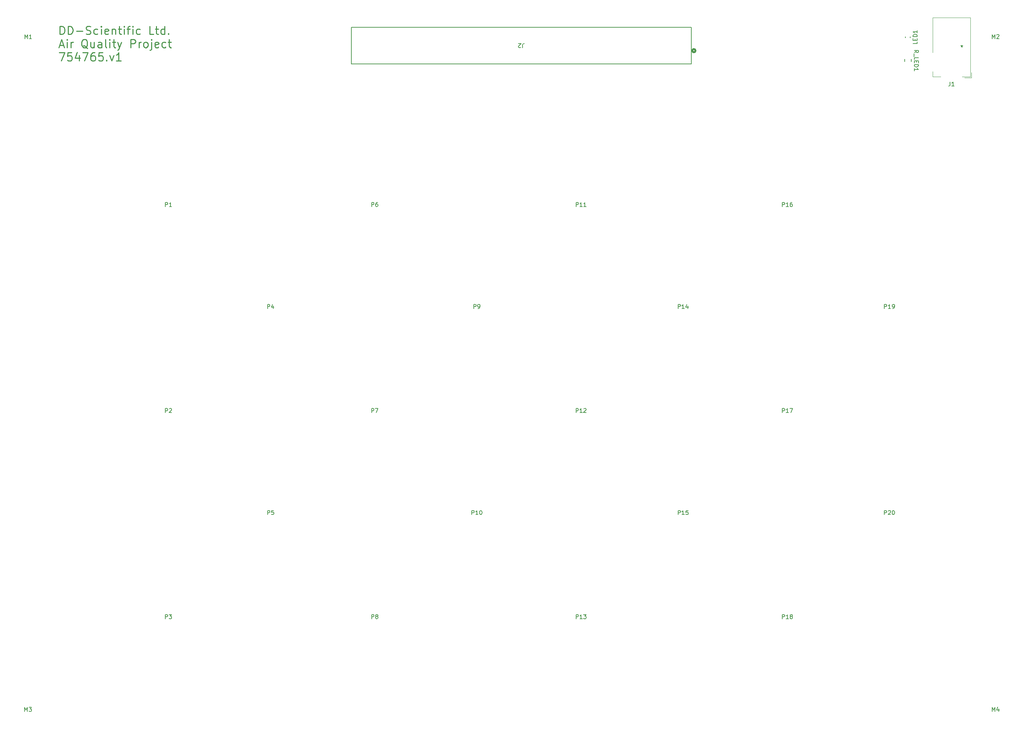
<source format=gto>
G04 #@! TF.GenerationSoftware,KiCad,Pcbnew,7.0.2*
G04 #@! TF.CreationDate,2023-08-30T10:55:34+01:00*
G04 #@! TF.ProjectId,Air quality project,41697220-7175-4616-9c69-74792070726f,rev?*
G04 #@! TF.SameCoordinates,Original*
G04 #@! TF.FileFunction,Legend,Top*
G04 #@! TF.FilePolarity,Positive*
%FSLAX45Y45*%
G04 Gerber Fmt 4.5, Leading zero omitted, Abs format (unit mm)*
G04 Created by KiCad (PCBNEW 7.0.2) date 2023-08-30 10:55:34*
%MOMM*%
%LPD*%
G01*
G04 APERTURE LIST*
%ADD10C,0.250000*%
%ADD11C,0.150000*%
%ADD12C,0.120000*%
%ADD13C,0.152400*%
%ADD14C,0.508000*%
G04 APERTURE END LIST*
D10*
X3254619Y-2453524D02*
X3254619Y-2253524D01*
X3254619Y-2253524D02*
X3302238Y-2253524D01*
X3302238Y-2253524D02*
X3330809Y-2263048D01*
X3330809Y-2263048D02*
X3349857Y-2282095D01*
X3349857Y-2282095D02*
X3359381Y-2301143D01*
X3359381Y-2301143D02*
X3368905Y-2339238D01*
X3368905Y-2339238D02*
X3368905Y-2367810D01*
X3368905Y-2367810D02*
X3359381Y-2405905D01*
X3359381Y-2405905D02*
X3349857Y-2424952D01*
X3349857Y-2424952D02*
X3330809Y-2444000D01*
X3330809Y-2444000D02*
X3302238Y-2453524D01*
X3302238Y-2453524D02*
X3254619Y-2453524D01*
X3454619Y-2453524D02*
X3454619Y-2253524D01*
X3454619Y-2253524D02*
X3502238Y-2253524D01*
X3502238Y-2253524D02*
X3530809Y-2263048D01*
X3530809Y-2263048D02*
X3549857Y-2282095D01*
X3549857Y-2282095D02*
X3559381Y-2301143D01*
X3559381Y-2301143D02*
X3568905Y-2339238D01*
X3568905Y-2339238D02*
X3568905Y-2367810D01*
X3568905Y-2367810D02*
X3559381Y-2405905D01*
X3559381Y-2405905D02*
X3549857Y-2424952D01*
X3549857Y-2424952D02*
X3530809Y-2444000D01*
X3530809Y-2444000D02*
X3502238Y-2453524D01*
X3502238Y-2453524D02*
X3454619Y-2453524D01*
X3654619Y-2377333D02*
X3807000Y-2377333D01*
X3892714Y-2444000D02*
X3921286Y-2453524D01*
X3921286Y-2453524D02*
X3968905Y-2453524D01*
X3968905Y-2453524D02*
X3987952Y-2444000D01*
X3987952Y-2444000D02*
X3997476Y-2434476D01*
X3997476Y-2434476D02*
X4007000Y-2415429D01*
X4007000Y-2415429D02*
X4007000Y-2396381D01*
X4007000Y-2396381D02*
X3997476Y-2377333D01*
X3997476Y-2377333D02*
X3987952Y-2367810D01*
X3987952Y-2367810D02*
X3968905Y-2358286D01*
X3968905Y-2358286D02*
X3930809Y-2348762D01*
X3930809Y-2348762D02*
X3911762Y-2339238D01*
X3911762Y-2339238D02*
X3902238Y-2329714D01*
X3902238Y-2329714D02*
X3892714Y-2310667D01*
X3892714Y-2310667D02*
X3892714Y-2291619D01*
X3892714Y-2291619D02*
X3902238Y-2272571D01*
X3902238Y-2272571D02*
X3911762Y-2263048D01*
X3911762Y-2263048D02*
X3930809Y-2253524D01*
X3930809Y-2253524D02*
X3978428Y-2253524D01*
X3978428Y-2253524D02*
X4007000Y-2263048D01*
X4178428Y-2444000D02*
X4159381Y-2453524D01*
X4159381Y-2453524D02*
X4121286Y-2453524D01*
X4121286Y-2453524D02*
X4102238Y-2444000D01*
X4102238Y-2444000D02*
X4092714Y-2434476D01*
X4092714Y-2434476D02*
X4083190Y-2415429D01*
X4083190Y-2415429D02*
X4083190Y-2358286D01*
X4083190Y-2358286D02*
X4092714Y-2339238D01*
X4092714Y-2339238D02*
X4102238Y-2329714D01*
X4102238Y-2329714D02*
X4121286Y-2320190D01*
X4121286Y-2320190D02*
X4159381Y-2320190D01*
X4159381Y-2320190D02*
X4178428Y-2329714D01*
X4264143Y-2453524D02*
X4264143Y-2320190D01*
X4264143Y-2253524D02*
X4254619Y-2263048D01*
X4254619Y-2263048D02*
X4264143Y-2272571D01*
X4264143Y-2272571D02*
X4273667Y-2263048D01*
X4273667Y-2263048D02*
X4264143Y-2253524D01*
X4264143Y-2253524D02*
X4264143Y-2272571D01*
X4435571Y-2444000D02*
X4416524Y-2453524D01*
X4416524Y-2453524D02*
X4378429Y-2453524D01*
X4378429Y-2453524D02*
X4359381Y-2444000D01*
X4359381Y-2444000D02*
X4349857Y-2424952D01*
X4349857Y-2424952D02*
X4349857Y-2348762D01*
X4349857Y-2348762D02*
X4359381Y-2329714D01*
X4359381Y-2329714D02*
X4378429Y-2320190D01*
X4378429Y-2320190D02*
X4416524Y-2320190D01*
X4416524Y-2320190D02*
X4435571Y-2329714D01*
X4435571Y-2329714D02*
X4445095Y-2348762D01*
X4445095Y-2348762D02*
X4445095Y-2367810D01*
X4445095Y-2367810D02*
X4349857Y-2386857D01*
X4530810Y-2320190D02*
X4530810Y-2453524D01*
X4530810Y-2339238D02*
X4540333Y-2329714D01*
X4540333Y-2329714D02*
X4559381Y-2320190D01*
X4559381Y-2320190D02*
X4587952Y-2320190D01*
X4587952Y-2320190D02*
X4607000Y-2329714D01*
X4607000Y-2329714D02*
X4616524Y-2348762D01*
X4616524Y-2348762D02*
X4616524Y-2453524D01*
X4683191Y-2320190D02*
X4759381Y-2320190D01*
X4711762Y-2253524D02*
X4711762Y-2424952D01*
X4711762Y-2424952D02*
X4721286Y-2444000D01*
X4721286Y-2444000D02*
X4740333Y-2453524D01*
X4740333Y-2453524D02*
X4759381Y-2453524D01*
X4826048Y-2453524D02*
X4826048Y-2320190D01*
X4826048Y-2253524D02*
X4816524Y-2263048D01*
X4816524Y-2263048D02*
X4826048Y-2272571D01*
X4826048Y-2272571D02*
X4835571Y-2263048D01*
X4835571Y-2263048D02*
X4826048Y-2253524D01*
X4826048Y-2253524D02*
X4826048Y-2272571D01*
X4892714Y-2320190D02*
X4968905Y-2320190D01*
X4921286Y-2453524D02*
X4921286Y-2282095D01*
X4921286Y-2282095D02*
X4930810Y-2263048D01*
X4930810Y-2263048D02*
X4949857Y-2253524D01*
X4949857Y-2253524D02*
X4968905Y-2253524D01*
X5035571Y-2453524D02*
X5035571Y-2320190D01*
X5035571Y-2253524D02*
X5026048Y-2263048D01*
X5026048Y-2263048D02*
X5035571Y-2272571D01*
X5035571Y-2272571D02*
X5045095Y-2263048D01*
X5045095Y-2263048D02*
X5035571Y-2253524D01*
X5035571Y-2253524D02*
X5035571Y-2272571D01*
X5216524Y-2444000D02*
X5197476Y-2453524D01*
X5197476Y-2453524D02*
X5159381Y-2453524D01*
X5159381Y-2453524D02*
X5140333Y-2444000D01*
X5140333Y-2444000D02*
X5130810Y-2434476D01*
X5130810Y-2434476D02*
X5121286Y-2415429D01*
X5121286Y-2415429D02*
X5121286Y-2358286D01*
X5121286Y-2358286D02*
X5130810Y-2339238D01*
X5130810Y-2339238D02*
X5140333Y-2329714D01*
X5140333Y-2329714D02*
X5159381Y-2320190D01*
X5159381Y-2320190D02*
X5197476Y-2320190D01*
X5197476Y-2320190D02*
X5216524Y-2329714D01*
X5549857Y-2453524D02*
X5454619Y-2453524D01*
X5454619Y-2453524D02*
X5454619Y-2253524D01*
X5587953Y-2320190D02*
X5664143Y-2320190D01*
X5616524Y-2253524D02*
X5616524Y-2424952D01*
X5616524Y-2424952D02*
X5626048Y-2444000D01*
X5626048Y-2444000D02*
X5645095Y-2453524D01*
X5645095Y-2453524D02*
X5664143Y-2453524D01*
X5816524Y-2453524D02*
X5816524Y-2253524D01*
X5816524Y-2444000D02*
X5797476Y-2453524D01*
X5797476Y-2453524D02*
X5759381Y-2453524D01*
X5759381Y-2453524D02*
X5740333Y-2444000D01*
X5740333Y-2444000D02*
X5730810Y-2434476D01*
X5730810Y-2434476D02*
X5721286Y-2415429D01*
X5721286Y-2415429D02*
X5721286Y-2358286D01*
X5721286Y-2358286D02*
X5730810Y-2339238D01*
X5730810Y-2339238D02*
X5740333Y-2329714D01*
X5740333Y-2329714D02*
X5759381Y-2320190D01*
X5759381Y-2320190D02*
X5797476Y-2320190D01*
X5797476Y-2320190D02*
X5816524Y-2329714D01*
X5911762Y-2434476D02*
X5921286Y-2444000D01*
X5921286Y-2444000D02*
X5911762Y-2453524D01*
X5911762Y-2453524D02*
X5902238Y-2444000D01*
X5902238Y-2444000D02*
X5911762Y-2434476D01*
X5911762Y-2434476D02*
X5911762Y-2453524D01*
X3245095Y-2720381D02*
X3340333Y-2720381D01*
X3226048Y-2777524D02*
X3292714Y-2577524D01*
X3292714Y-2577524D02*
X3359381Y-2777524D01*
X3426048Y-2777524D02*
X3426048Y-2644190D01*
X3426048Y-2577524D02*
X3416524Y-2587048D01*
X3416524Y-2587048D02*
X3426048Y-2596571D01*
X3426048Y-2596571D02*
X3435571Y-2587048D01*
X3435571Y-2587048D02*
X3426048Y-2577524D01*
X3426048Y-2577524D02*
X3426048Y-2596571D01*
X3521286Y-2777524D02*
X3521286Y-2644190D01*
X3521286Y-2682286D02*
X3530809Y-2663238D01*
X3530809Y-2663238D02*
X3540333Y-2653714D01*
X3540333Y-2653714D02*
X3559381Y-2644190D01*
X3559381Y-2644190D02*
X3578429Y-2644190D01*
X3930809Y-2796571D02*
X3911762Y-2787048D01*
X3911762Y-2787048D02*
X3892714Y-2768000D01*
X3892714Y-2768000D02*
X3864143Y-2739429D01*
X3864143Y-2739429D02*
X3845095Y-2729905D01*
X3845095Y-2729905D02*
X3826048Y-2729905D01*
X3835571Y-2777524D02*
X3816524Y-2768000D01*
X3816524Y-2768000D02*
X3797476Y-2748952D01*
X3797476Y-2748952D02*
X3787952Y-2710857D01*
X3787952Y-2710857D02*
X3787952Y-2644190D01*
X3787952Y-2644190D02*
X3797476Y-2606095D01*
X3797476Y-2606095D02*
X3816524Y-2587048D01*
X3816524Y-2587048D02*
X3835571Y-2577524D01*
X3835571Y-2577524D02*
X3873667Y-2577524D01*
X3873667Y-2577524D02*
X3892714Y-2587048D01*
X3892714Y-2587048D02*
X3911762Y-2606095D01*
X3911762Y-2606095D02*
X3921286Y-2644190D01*
X3921286Y-2644190D02*
X3921286Y-2710857D01*
X3921286Y-2710857D02*
X3911762Y-2748952D01*
X3911762Y-2748952D02*
X3892714Y-2768000D01*
X3892714Y-2768000D02*
X3873667Y-2777524D01*
X3873667Y-2777524D02*
X3835571Y-2777524D01*
X4092714Y-2644190D02*
X4092714Y-2777524D01*
X4007000Y-2644190D02*
X4007000Y-2748952D01*
X4007000Y-2748952D02*
X4016524Y-2768000D01*
X4016524Y-2768000D02*
X4035571Y-2777524D01*
X4035571Y-2777524D02*
X4064143Y-2777524D01*
X4064143Y-2777524D02*
X4083190Y-2768000D01*
X4083190Y-2768000D02*
X4092714Y-2758476D01*
X4273667Y-2777524D02*
X4273667Y-2672762D01*
X4273667Y-2672762D02*
X4264143Y-2653714D01*
X4264143Y-2653714D02*
X4245095Y-2644190D01*
X4245095Y-2644190D02*
X4207000Y-2644190D01*
X4207000Y-2644190D02*
X4187952Y-2653714D01*
X4273667Y-2768000D02*
X4254619Y-2777524D01*
X4254619Y-2777524D02*
X4207000Y-2777524D01*
X4207000Y-2777524D02*
X4187952Y-2768000D01*
X4187952Y-2768000D02*
X4178429Y-2748952D01*
X4178429Y-2748952D02*
X4178429Y-2729905D01*
X4178429Y-2729905D02*
X4187952Y-2710857D01*
X4187952Y-2710857D02*
X4207000Y-2701333D01*
X4207000Y-2701333D02*
X4254619Y-2701333D01*
X4254619Y-2701333D02*
X4273667Y-2691810D01*
X4397476Y-2777524D02*
X4378429Y-2768000D01*
X4378429Y-2768000D02*
X4368905Y-2748952D01*
X4368905Y-2748952D02*
X4368905Y-2577524D01*
X4473667Y-2777524D02*
X4473667Y-2644190D01*
X4473667Y-2577524D02*
X4464143Y-2587048D01*
X4464143Y-2587048D02*
X4473667Y-2596571D01*
X4473667Y-2596571D02*
X4483191Y-2587048D01*
X4483191Y-2587048D02*
X4473667Y-2577524D01*
X4473667Y-2577524D02*
X4473667Y-2596571D01*
X4540333Y-2644190D02*
X4616524Y-2644190D01*
X4568905Y-2577524D02*
X4568905Y-2748952D01*
X4568905Y-2748952D02*
X4578429Y-2768000D01*
X4578429Y-2768000D02*
X4597476Y-2777524D01*
X4597476Y-2777524D02*
X4616524Y-2777524D01*
X4664143Y-2644190D02*
X4711762Y-2777524D01*
X4759381Y-2644190D02*
X4711762Y-2777524D01*
X4711762Y-2777524D02*
X4692714Y-2825143D01*
X4692714Y-2825143D02*
X4683191Y-2834667D01*
X4683191Y-2834667D02*
X4664143Y-2844190D01*
X4987953Y-2777524D02*
X4987953Y-2577524D01*
X4987953Y-2577524D02*
X5064143Y-2577524D01*
X5064143Y-2577524D02*
X5083191Y-2587048D01*
X5083191Y-2587048D02*
X5092714Y-2596571D01*
X5092714Y-2596571D02*
X5102238Y-2615619D01*
X5102238Y-2615619D02*
X5102238Y-2644190D01*
X5102238Y-2644190D02*
X5092714Y-2663238D01*
X5092714Y-2663238D02*
X5083191Y-2672762D01*
X5083191Y-2672762D02*
X5064143Y-2682286D01*
X5064143Y-2682286D02*
X4987953Y-2682286D01*
X5187953Y-2777524D02*
X5187953Y-2644190D01*
X5187953Y-2682286D02*
X5197476Y-2663238D01*
X5197476Y-2663238D02*
X5207000Y-2653714D01*
X5207000Y-2653714D02*
X5226048Y-2644190D01*
X5226048Y-2644190D02*
X5245095Y-2644190D01*
X5340333Y-2777524D02*
X5321286Y-2768000D01*
X5321286Y-2768000D02*
X5311762Y-2758476D01*
X5311762Y-2758476D02*
X5302238Y-2739429D01*
X5302238Y-2739429D02*
X5302238Y-2682286D01*
X5302238Y-2682286D02*
X5311762Y-2663238D01*
X5311762Y-2663238D02*
X5321286Y-2653714D01*
X5321286Y-2653714D02*
X5340333Y-2644190D01*
X5340333Y-2644190D02*
X5368905Y-2644190D01*
X5368905Y-2644190D02*
X5387953Y-2653714D01*
X5387953Y-2653714D02*
X5397476Y-2663238D01*
X5397476Y-2663238D02*
X5407000Y-2682286D01*
X5407000Y-2682286D02*
X5407000Y-2739429D01*
X5407000Y-2739429D02*
X5397476Y-2758476D01*
X5397476Y-2758476D02*
X5387953Y-2768000D01*
X5387953Y-2768000D02*
X5368905Y-2777524D01*
X5368905Y-2777524D02*
X5340333Y-2777524D01*
X5492714Y-2644190D02*
X5492714Y-2815619D01*
X5492714Y-2815619D02*
X5483191Y-2834667D01*
X5483191Y-2834667D02*
X5464143Y-2844190D01*
X5464143Y-2844190D02*
X5454619Y-2844190D01*
X5492714Y-2577524D02*
X5483191Y-2587048D01*
X5483191Y-2587048D02*
X5492714Y-2596571D01*
X5492714Y-2596571D02*
X5502238Y-2587048D01*
X5502238Y-2587048D02*
X5492714Y-2577524D01*
X5492714Y-2577524D02*
X5492714Y-2596571D01*
X5664143Y-2768000D02*
X5645095Y-2777524D01*
X5645095Y-2777524D02*
X5607000Y-2777524D01*
X5607000Y-2777524D02*
X5587953Y-2768000D01*
X5587953Y-2768000D02*
X5578429Y-2748952D01*
X5578429Y-2748952D02*
X5578429Y-2672762D01*
X5578429Y-2672762D02*
X5587953Y-2653714D01*
X5587953Y-2653714D02*
X5607000Y-2644190D01*
X5607000Y-2644190D02*
X5645095Y-2644190D01*
X5645095Y-2644190D02*
X5664143Y-2653714D01*
X5664143Y-2653714D02*
X5673667Y-2672762D01*
X5673667Y-2672762D02*
X5673667Y-2691810D01*
X5673667Y-2691810D02*
X5578429Y-2710857D01*
X5845095Y-2768000D02*
X5826048Y-2777524D01*
X5826048Y-2777524D02*
X5787952Y-2777524D01*
X5787952Y-2777524D02*
X5768905Y-2768000D01*
X5768905Y-2768000D02*
X5759381Y-2758476D01*
X5759381Y-2758476D02*
X5749857Y-2739429D01*
X5749857Y-2739429D02*
X5749857Y-2682286D01*
X5749857Y-2682286D02*
X5759381Y-2663238D01*
X5759381Y-2663238D02*
X5768905Y-2653714D01*
X5768905Y-2653714D02*
X5787952Y-2644190D01*
X5787952Y-2644190D02*
X5826048Y-2644190D01*
X5826048Y-2644190D02*
X5845095Y-2653714D01*
X5902238Y-2644190D02*
X5978429Y-2644190D01*
X5930810Y-2577524D02*
X5930810Y-2748952D01*
X5930810Y-2748952D02*
X5940333Y-2768000D01*
X5940333Y-2768000D02*
X5959381Y-2777524D01*
X5959381Y-2777524D02*
X5978429Y-2777524D01*
X3235571Y-2901524D02*
X3368905Y-2901524D01*
X3368905Y-2901524D02*
X3283190Y-3101524D01*
X3540333Y-2901524D02*
X3445095Y-2901524D01*
X3445095Y-2901524D02*
X3435571Y-2996762D01*
X3435571Y-2996762D02*
X3445095Y-2987238D01*
X3445095Y-2987238D02*
X3464143Y-2977714D01*
X3464143Y-2977714D02*
X3511762Y-2977714D01*
X3511762Y-2977714D02*
X3530809Y-2987238D01*
X3530809Y-2987238D02*
X3540333Y-2996762D01*
X3540333Y-2996762D02*
X3549857Y-3015809D01*
X3549857Y-3015809D02*
X3549857Y-3063428D01*
X3549857Y-3063428D02*
X3540333Y-3082476D01*
X3540333Y-3082476D02*
X3530809Y-3092000D01*
X3530809Y-3092000D02*
X3511762Y-3101524D01*
X3511762Y-3101524D02*
X3464143Y-3101524D01*
X3464143Y-3101524D02*
X3445095Y-3092000D01*
X3445095Y-3092000D02*
X3435571Y-3082476D01*
X3721286Y-2968190D02*
X3721286Y-3101524D01*
X3673667Y-2892000D02*
X3626048Y-3034857D01*
X3626048Y-3034857D02*
X3749857Y-3034857D01*
X3807000Y-2901524D02*
X3940333Y-2901524D01*
X3940333Y-2901524D02*
X3854619Y-3101524D01*
X4102238Y-2901524D02*
X4064143Y-2901524D01*
X4064143Y-2901524D02*
X4045095Y-2911048D01*
X4045095Y-2911048D02*
X4035571Y-2920571D01*
X4035571Y-2920571D02*
X4016524Y-2949143D01*
X4016524Y-2949143D02*
X4007000Y-2987238D01*
X4007000Y-2987238D02*
X4007000Y-3063428D01*
X4007000Y-3063428D02*
X4016524Y-3082476D01*
X4016524Y-3082476D02*
X4026048Y-3092000D01*
X4026048Y-3092000D02*
X4045095Y-3101524D01*
X4045095Y-3101524D02*
X4083190Y-3101524D01*
X4083190Y-3101524D02*
X4102238Y-3092000D01*
X4102238Y-3092000D02*
X4111762Y-3082476D01*
X4111762Y-3082476D02*
X4121286Y-3063428D01*
X4121286Y-3063428D02*
X4121286Y-3015809D01*
X4121286Y-3015809D02*
X4111762Y-2996762D01*
X4111762Y-2996762D02*
X4102238Y-2987238D01*
X4102238Y-2987238D02*
X4083190Y-2977714D01*
X4083190Y-2977714D02*
X4045095Y-2977714D01*
X4045095Y-2977714D02*
X4026048Y-2987238D01*
X4026048Y-2987238D02*
X4016524Y-2996762D01*
X4016524Y-2996762D02*
X4007000Y-3015809D01*
X4302238Y-2901524D02*
X4207000Y-2901524D01*
X4207000Y-2901524D02*
X4197476Y-2996762D01*
X4197476Y-2996762D02*
X4207000Y-2987238D01*
X4207000Y-2987238D02*
X4226048Y-2977714D01*
X4226048Y-2977714D02*
X4273667Y-2977714D01*
X4273667Y-2977714D02*
X4292714Y-2987238D01*
X4292714Y-2987238D02*
X4302238Y-2996762D01*
X4302238Y-2996762D02*
X4311762Y-3015809D01*
X4311762Y-3015809D02*
X4311762Y-3063428D01*
X4311762Y-3063428D02*
X4302238Y-3082476D01*
X4302238Y-3082476D02*
X4292714Y-3092000D01*
X4292714Y-3092000D02*
X4273667Y-3101524D01*
X4273667Y-3101524D02*
X4226048Y-3101524D01*
X4226048Y-3101524D02*
X4207000Y-3092000D01*
X4207000Y-3092000D02*
X4197476Y-3082476D01*
X4397476Y-3082476D02*
X4407000Y-3092000D01*
X4407000Y-3092000D02*
X4397476Y-3101524D01*
X4397476Y-3101524D02*
X4387952Y-3092000D01*
X4387952Y-3092000D02*
X4397476Y-3082476D01*
X4397476Y-3082476D02*
X4397476Y-3101524D01*
X4473667Y-2968190D02*
X4521286Y-3101524D01*
X4521286Y-3101524D02*
X4568905Y-2968190D01*
X4749857Y-3101524D02*
X4635572Y-3101524D01*
X4692714Y-3101524D02*
X4692714Y-2901524D01*
X4692714Y-2901524D02*
X4673667Y-2930095D01*
X4673667Y-2930095D02*
X4654619Y-2949143D01*
X4654619Y-2949143D02*
X4635572Y-2958667D01*
D11*
G04 #@! TO.C,P17*
X20938271Y-11723312D02*
X20938271Y-11623312D01*
X20938271Y-11623312D02*
X20976367Y-11623312D01*
X20976367Y-11623312D02*
X20985890Y-11628074D01*
X20985890Y-11628074D02*
X20990652Y-11632836D01*
X20990652Y-11632836D02*
X20995414Y-11642359D01*
X20995414Y-11642359D02*
X20995414Y-11656645D01*
X20995414Y-11656645D02*
X20990652Y-11666169D01*
X20990652Y-11666169D02*
X20985890Y-11670931D01*
X20985890Y-11670931D02*
X20976367Y-11675693D01*
X20976367Y-11675693D02*
X20938271Y-11675693D01*
X21090652Y-11723312D02*
X21033510Y-11723312D01*
X21062081Y-11723312D02*
X21062081Y-11623312D01*
X21062081Y-11623312D02*
X21052557Y-11637598D01*
X21052557Y-11637598D02*
X21043033Y-11647121D01*
X21043033Y-11647121D02*
X21033510Y-11651883D01*
X21123986Y-11623312D02*
X21190652Y-11623312D01*
X21190652Y-11623312D02*
X21147795Y-11723312D01*
G04 #@! TO.C,P13*
X15888271Y-16773312D02*
X15888271Y-16673312D01*
X15888271Y-16673312D02*
X15926367Y-16673312D01*
X15926367Y-16673312D02*
X15935890Y-16678074D01*
X15935890Y-16678074D02*
X15940652Y-16682836D01*
X15940652Y-16682836D02*
X15945414Y-16692359D01*
X15945414Y-16692359D02*
X15945414Y-16706645D01*
X15945414Y-16706645D02*
X15940652Y-16716169D01*
X15940652Y-16716169D02*
X15935890Y-16720931D01*
X15935890Y-16720931D02*
X15926367Y-16725693D01*
X15926367Y-16725693D02*
X15888271Y-16725693D01*
X16040652Y-16773312D02*
X15983509Y-16773312D01*
X16012081Y-16773312D02*
X16012081Y-16673312D01*
X16012081Y-16673312D02*
X16002557Y-16687598D01*
X16002557Y-16687598D02*
X15993033Y-16697121D01*
X15993033Y-16697121D02*
X15983509Y-16701883D01*
X16073986Y-16673312D02*
X16135890Y-16673312D01*
X16135890Y-16673312D02*
X16102557Y-16711407D01*
X16102557Y-16711407D02*
X16116843Y-16711407D01*
X16116843Y-16711407D02*
X16126367Y-16716169D01*
X16126367Y-16716169D02*
X16131128Y-16720931D01*
X16131128Y-16720931D02*
X16135890Y-16730455D01*
X16135890Y-16730455D02*
X16135890Y-16754264D01*
X16135890Y-16754264D02*
X16131128Y-16763788D01*
X16131128Y-16763788D02*
X16126367Y-16768550D01*
X16126367Y-16768550D02*
X16116843Y-16773312D01*
X16116843Y-16773312D02*
X16088271Y-16773312D01*
X16088271Y-16773312D02*
X16078748Y-16768550D01*
X16078748Y-16768550D02*
X16073986Y-16763788D01*
G04 #@! TO.C,P12*
X15888271Y-11723312D02*
X15888271Y-11623312D01*
X15888271Y-11623312D02*
X15926367Y-11623312D01*
X15926367Y-11623312D02*
X15935890Y-11628074D01*
X15935890Y-11628074D02*
X15940652Y-11632836D01*
X15940652Y-11632836D02*
X15945414Y-11642359D01*
X15945414Y-11642359D02*
X15945414Y-11656645D01*
X15945414Y-11656645D02*
X15940652Y-11666169D01*
X15940652Y-11666169D02*
X15935890Y-11670931D01*
X15935890Y-11670931D02*
X15926367Y-11675693D01*
X15926367Y-11675693D02*
X15888271Y-11675693D01*
X16040652Y-11723312D02*
X15983509Y-11723312D01*
X16012081Y-11723312D02*
X16012081Y-11623312D01*
X16012081Y-11623312D02*
X16002557Y-11637598D01*
X16002557Y-11637598D02*
X15993033Y-11647121D01*
X15993033Y-11647121D02*
X15983509Y-11651883D01*
X16078748Y-11632836D02*
X16083509Y-11628074D01*
X16083509Y-11628074D02*
X16093033Y-11623312D01*
X16093033Y-11623312D02*
X16116843Y-11623312D01*
X16116843Y-11623312D02*
X16126367Y-11628074D01*
X16126367Y-11628074D02*
X16131128Y-11632836D01*
X16131128Y-11632836D02*
X16135890Y-11642359D01*
X16135890Y-11642359D02*
X16135890Y-11651883D01*
X16135890Y-11651883D02*
X16131128Y-11666169D01*
X16131128Y-11666169D02*
X16073986Y-11723312D01*
X16073986Y-11723312D02*
X16135890Y-11723312D01*
G04 #@! TO.C,P14*
X18388271Y-9173312D02*
X18388271Y-9073312D01*
X18388271Y-9073312D02*
X18426367Y-9073312D01*
X18426367Y-9073312D02*
X18435890Y-9078074D01*
X18435890Y-9078074D02*
X18440652Y-9082836D01*
X18440652Y-9082836D02*
X18445414Y-9092360D01*
X18445414Y-9092360D02*
X18445414Y-9106645D01*
X18445414Y-9106645D02*
X18440652Y-9116169D01*
X18440652Y-9116169D02*
X18435890Y-9120931D01*
X18435890Y-9120931D02*
X18426367Y-9125693D01*
X18426367Y-9125693D02*
X18388271Y-9125693D01*
X18540652Y-9173312D02*
X18483510Y-9173312D01*
X18512081Y-9173312D02*
X18512081Y-9073312D01*
X18512081Y-9073312D02*
X18502557Y-9087598D01*
X18502557Y-9087598D02*
X18493033Y-9097121D01*
X18493033Y-9097121D02*
X18483510Y-9101883D01*
X18626367Y-9106645D02*
X18626367Y-9173312D01*
X18602557Y-9068550D02*
X18578748Y-9139979D01*
X18578748Y-9139979D02*
X18640652Y-9139979D01*
G04 #@! TO.C,P7*
X10885891Y-11723312D02*
X10885891Y-11623312D01*
X10885891Y-11623312D02*
X10923986Y-11623312D01*
X10923986Y-11623312D02*
X10933510Y-11628074D01*
X10933510Y-11628074D02*
X10938271Y-11632836D01*
X10938271Y-11632836D02*
X10943033Y-11642359D01*
X10943033Y-11642359D02*
X10943033Y-11656645D01*
X10943033Y-11656645D02*
X10938271Y-11666169D01*
X10938271Y-11666169D02*
X10933510Y-11670931D01*
X10933510Y-11670931D02*
X10923986Y-11675693D01*
X10923986Y-11675693D02*
X10885891Y-11675693D01*
X10976367Y-11623312D02*
X11043033Y-11623312D01*
X11043033Y-11623312D02*
X11000176Y-11723312D01*
G04 #@! TO.C,P16*
X20938271Y-6673312D02*
X20938271Y-6573312D01*
X20938271Y-6573312D02*
X20976367Y-6573312D01*
X20976367Y-6573312D02*
X20985890Y-6578074D01*
X20985890Y-6578074D02*
X20990652Y-6582836D01*
X20990652Y-6582836D02*
X20995414Y-6592359D01*
X20995414Y-6592359D02*
X20995414Y-6606645D01*
X20995414Y-6606645D02*
X20990652Y-6616169D01*
X20990652Y-6616169D02*
X20985890Y-6620931D01*
X20985890Y-6620931D02*
X20976367Y-6625693D01*
X20976367Y-6625693D02*
X20938271Y-6625693D01*
X21090652Y-6673312D02*
X21033510Y-6673312D01*
X21062081Y-6673312D02*
X21062081Y-6573312D01*
X21062081Y-6573312D02*
X21052557Y-6587598D01*
X21052557Y-6587598D02*
X21043033Y-6597121D01*
X21043033Y-6597121D02*
X21033510Y-6601883D01*
X21176367Y-6573312D02*
X21157319Y-6573312D01*
X21157319Y-6573312D02*
X21147795Y-6578074D01*
X21147795Y-6578074D02*
X21143033Y-6582836D01*
X21143033Y-6582836D02*
X21133510Y-6597121D01*
X21133510Y-6597121D02*
X21128748Y-6616169D01*
X21128748Y-6616169D02*
X21128748Y-6654264D01*
X21128748Y-6654264D02*
X21133510Y-6663788D01*
X21133510Y-6663788D02*
X21138271Y-6668550D01*
X21138271Y-6668550D02*
X21147795Y-6673312D01*
X21147795Y-6673312D02*
X21166843Y-6673312D01*
X21166843Y-6673312D02*
X21176367Y-6668550D01*
X21176367Y-6668550D02*
X21181129Y-6663788D01*
X21181129Y-6663788D02*
X21185890Y-6654264D01*
X21185890Y-6654264D02*
X21185890Y-6630455D01*
X21185890Y-6630455D02*
X21181129Y-6620931D01*
X21181129Y-6620931D02*
X21176367Y-6616169D01*
X21176367Y-6616169D02*
X21166843Y-6611407D01*
X21166843Y-6611407D02*
X21147795Y-6611407D01*
X21147795Y-6611407D02*
X21138271Y-6616169D01*
X21138271Y-6616169D02*
X21133510Y-6620931D01*
X21133510Y-6620931D02*
X21128748Y-6630455D01*
G04 #@! TO.C,J1*
X25046667Y-3617262D02*
X25046667Y-3688690D01*
X25046667Y-3688690D02*
X25041905Y-3702976D01*
X25041905Y-3702976D02*
X25032381Y-3712500D01*
X25032381Y-3712500D02*
X25018095Y-3717262D01*
X25018095Y-3717262D02*
X25008571Y-3717262D01*
X25146667Y-3717262D02*
X25089524Y-3717262D01*
X25118095Y-3717262D02*
X25118095Y-3617262D01*
X25118095Y-3617262D02*
X25108571Y-3631548D01*
X25108571Y-3631548D02*
X25099048Y-3641071D01*
X25099048Y-3641071D02*
X25089524Y-3645833D01*
X25334000Y-2718292D02*
X25334000Y-2742101D01*
X25310190Y-2732578D02*
X25334000Y-2742101D01*
X25334000Y-2742101D02*
X25357809Y-2732578D01*
X25319714Y-2761149D02*
X25334000Y-2742101D01*
X25334000Y-2742101D02*
X25348286Y-2761149D01*
G04 #@! TO.C,P15*
X18388271Y-14223312D02*
X18388271Y-14123312D01*
X18388271Y-14123312D02*
X18426367Y-14123312D01*
X18426367Y-14123312D02*
X18435890Y-14128074D01*
X18435890Y-14128074D02*
X18440652Y-14132836D01*
X18440652Y-14132836D02*
X18445414Y-14142359D01*
X18445414Y-14142359D02*
X18445414Y-14156645D01*
X18445414Y-14156645D02*
X18440652Y-14166169D01*
X18440652Y-14166169D02*
X18435890Y-14170931D01*
X18435890Y-14170931D02*
X18426367Y-14175693D01*
X18426367Y-14175693D02*
X18388271Y-14175693D01*
X18540652Y-14223312D02*
X18483510Y-14223312D01*
X18512081Y-14223312D02*
X18512081Y-14123312D01*
X18512081Y-14123312D02*
X18502557Y-14137598D01*
X18502557Y-14137598D02*
X18493033Y-14147121D01*
X18493033Y-14147121D02*
X18483510Y-14151883D01*
X18631129Y-14123312D02*
X18583510Y-14123312D01*
X18583510Y-14123312D02*
X18578748Y-14170931D01*
X18578748Y-14170931D02*
X18583510Y-14166169D01*
X18583510Y-14166169D02*
X18593033Y-14161407D01*
X18593033Y-14161407D02*
X18616843Y-14161407D01*
X18616843Y-14161407D02*
X18626367Y-14166169D01*
X18626367Y-14166169D02*
X18631129Y-14170931D01*
X18631129Y-14170931D02*
X18635890Y-14180455D01*
X18635890Y-14180455D02*
X18635890Y-14204264D01*
X18635890Y-14204264D02*
X18631129Y-14213788D01*
X18631129Y-14213788D02*
X18626367Y-14218550D01*
X18626367Y-14218550D02*
X18616843Y-14223312D01*
X18616843Y-14223312D02*
X18593033Y-14223312D01*
X18593033Y-14223312D02*
X18583510Y-14218550D01*
X18583510Y-14218550D02*
X18578748Y-14213788D01*
G04 #@! TO.C,P8*
X10885891Y-16773312D02*
X10885891Y-16673312D01*
X10885891Y-16673312D02*
X10923986Y-16673312D01*
X10923986Y-16673312D02*
X10933510Y-16678074D01*
X10933510Y-16678074D02*
X10938271Y-16682836D01*
X10938271Y-16682836D02*
X10943033Y-16692359D01*
X10943033Y-16692359D02*
X10943033Y-16706645D01*
X10943033Y-16706645D02*
X10938271Y-16716169D01*
X10938271Y-16716169D02*
X10933510Y-16720931D01*
X10933510Y-16720931D02*
X10923986Y-16725693D01*
X10923986Y-16725693D02*
X10885891Y-16725693D01*
X11000176Y-16716169D02*
X10990652Y-16711407D01*
X10990652Y-16711407D02*
X10985891Y-16706645D01*
X10985891Y-16706645D02*
X10981129Y-16697121D01*
X10981129Y-16697121D02*
X10981129Y-16692359D01*
X10981129Y-16692359D02*
X10985891Y-16682836D01*
X10985891Y-16682836D02*
X10990652Y-16678074D01*
X10990652Y-16678074D02*
X11000176Y-16673312D01*
X11000176Y-16673312D02*
X11019224Y-16673312D01*
X11019224Y-16673312D02*
X11028748Y-16678074D01*
X11028748Y-16678074D02*
X11033510Y-16682836D01*
X11033510Y-16682836D02*
X11038271Y-16692359D01*
X11038271Y-16692359D02*
X11038271Y-16697121D01*
X11038271Y-16697121D02*
X11033510Y-16706645D01*
X11033510Y-16706645D02*
X11028748Y-16711407D01*
X11028748Y-16711407D02*
X11019224Y-16716169D01*
X11019224Y-16716169D02*
X11000176Y-16716169D01*
X11000176Y-16716169D02*
X10990652Y-16720931D01*
X10990652Y-16720931D02*
X10985891Y-16725693D01*
X10985891Y-16725693D02*
X10981129Y-16735217D01*
X10981129Y-16735217D02*
X10981129Y-16754264D01*
X10981129Y-16754264D02*
X10985891Y-16763788D01*
X10985891Y-16763788D02*
X10990652Y-16768550D01*
X10990652Y-16768550D02*
X11000176Y-16773312D01*
X11000176Y-16773312D02*
X11019224Y-16773312D01*
X11019224Y-16773312D02*
X11028748Y-16768550D01*
X11028748Y-16768550D02*
X11033510Y-16763788D01*
X11033510Y-16763788D02*
X11038271Y-16754264D01*
X11038271Y-16754264D02*
X11038271Y-16735217D01*
X11038271Y-16735217D02*
X11033510Y-16725693D01*
X11033510Y-16725693D02*
X11028748Y-16720931D01*
X11028748Y-16720931D02*
X11019224Y-16716169D01*
G04 #@! TO.C,*
G04 #@! TO.C,M1*
X2393048Y-2558262D02*
X2393048Y-2458262D01*
X2393048Y-2458262D02*
X2426381Y-2529690D01*
X2426381Y-2529690D02*
X2459714Y-2458262D01*
X2459714Y-2458262D02*
X2459714Y-2558262D01*
X2559714Y-2558262D02*
X2502571Y-2558262D01*
X2531143Y-2558262D02*
X2531143Y-2458262D01*
X2531143Y-2458262D02*
X2521619Y-2472548D01*
X2521619Y-2472548D02*
X2512095Y-2482071D01*
X2512095Y-2482071D02*
X2502571Y-2486833D01*
G04 #@! TO.C,M2*
X26080048Y-2558262D02*
X26080048Y-2458262D01*
X26080048Y-2458262D02*
X26113381Y-2529690D01*
X26113381Y-2529690D02*
X26146714Y-2458262D01*
X26146714Y-2458262D02*
X26146714Y-2558262D01*
X26189571Y-2467786D02*
X26194333Y-2463024D01*
X26194333Y-2463024D02*
X26203857Y-2458262D01*
X26203857Y-2458262D02*
X26227667Y-2458262D01*
X26227667Y-2458262D02*
X26237190Y-2463024D01*
X26237190Y-2463024D02*
X26241952Y-2467786D01*
X26241952Y-2467786D02*
X26246714Y-2477310D01*
X26246714Y-2477310D02*
X26246714Y-2486833D01*
X26246714Y-2486833D02*
X26241952Y-2501119D01*
X26241952Y-2501119D02*
X26184809Y-2558262D01*
X26184809Y-2558262D02*
X26246714Y-2558262D01*
G04 #@! TO.C,M4*
X26080048Y-19043262D02*
X26080048Y-18943262D01*
X26080048Y-18943262D02*
X26113381Y-19014690D01*
X26113381Y-19014690D02*
X26146714Y-18943262D01*
X26146714Y-18943262D02*
X26146714Y-19043262D01*
X26237190Y-18976595D02*
X26237190Y-19043262D01*
X26213381Y-18938500D02*
X26189571Y-19009929D01*
X26189571Y-19009929D02*
X26251476Y-19009929D01*
G04 #@! TO.C,P19*
X23438271Y-9173312D02*
X23438271Y-9073312D01*
X23438271Y-9073312D02*
X23476367Y-9073312D01*
X23476367Y-9073312D02*
X23485890Y-9078074D01*
X23485890Y-9078074D02*
X23490652Y-9082836D01*
X23490652Y-9082836D02*
X23495414Y-9092360D01*
X23495414Y-9092360D02*
X23495414Y-9106645D01*
X23495414Y-9106645D02*
X23490652Y-9116169D01*
X23490652Y-9116169D02*
X23485890Y-9120931D01*
X23485890Y-9120931D02*
X23476367Y-9125693D01*
X23476367Y-9125693D02*
X23438271Y-9125693D01*
X23590652Y-9173312D02*
X23533509Y-9173312D01*
X23562081Y-9173312D02*
X23562081Y-9073312D01*
X23562081Y-9073312D02*
X23552557Y-9087598D01*
X23552557Y-9087598D02*
X23543033Y-9097121D01*
X23543033Y-9097121D02*
X23533509Y-9101883D01*
X23638271Y-9173312D02*
X23657319Y-9173312D01*
X23657319Y-9173312D02*
X23666843Y-9168550D01*
X23666843Y-9168550D02*
X23671605Y-9163788D01*
X23671605Y-9163788D02*
X23681128Y-9149502D01*
X23681128Y-9149502D02*
X23685890Y-9130455D01*
X23685890Y-9130455D02*
X23685890Y-9092360D01*
X23685890Y-9092360D02*
X23681128Y-9082836D01*
X23681128Y-9082836D02*
X23676367Y-9078074D01*
X23676367Y-9078074D02*
X23666843Y-9073312D01*
X23666843Y-9073312D02*
X23647795Y-9073312D01*
X23647795Y-9073312D02*
X23638271Y-9078074D01*
X23638271Y-9078074D02*
X23633509Y-9082836D01*
X23633509Y-9082836D02*
X23628748Y-9092360D01*
X23628748Y-9092360D02*
X23628748Y-9116169D01*
X23628748Y-9116169D02*
X23633509Y-9125693D01*
X23633509Y-9125693D02*
X23638271Y-9130455D01*
X23638271Y-9130455D02*
X23647795Y-9135217D01*
X23647795Y-9135217D02*
X23666843Y-9135217D01*
X23666843Y-9135217D02*
X23676367Y-9130455D01*
X23676367Y-9130455D02*
X23681128Y-9125693D01*
X23681128Y-9125693D02*
X23685890Y-9116169D01*
G04 #@! TO.C,R_LED1*
X24170738Y-2903524D02*
X24218357Y-2870190D01*
X24170738Y-2846381D02*
X24270738Y-2846381D01*
X24270738Y-2846381D02*
X24270738Y-2884476D01*
X24270738Y-2884476D02*
X24265976Y-2894000D01*
X24265976Y-2894000D02*
X24261214Y-2898762D01*
X24261214Y-2898762D02*
X24251690Y-2903524D01*
X24251690Y-2903524D02*
X24237405Y-2903524D01*
X24237405Y-2903524D02*
X24227881Y-2898762D01*
X24227881Y-2898762D02*
X24223119Y-2894000D01*
X24223119Y-2894000D02*
X24218357Y-2884476D01*
X24218357Y-2884476D02*
X24218357Y-2846381D01*
X24161214Y-2922571D02*
X24161214Y-2998762D01*
X24170738Y-3070190D02*
X24170738Y-3022571D01*
X24170738Y-3022571D02*
X24270738Y-3022571D01*
X24223119Y-3103524D02*
X24223119Y-3136857D01*
X24170738Y-3151143D02*
X24170738Y-3103524D01*
X24170738Y-3103524D02*
X24270738Y-3103524D01*
X24270738Y-3103524D02*
X24270738Y-3151143D01*
X24170738Y-3194000D02*
X24270738Y-3194000D01*
X24270738Y-3194000D02*
X24270738Y-3217809D01*
X24270738Y-3217809D02*
X24265976Y-3232095D01*
X24265976Y-3232095D02*
X24256452Y-3241619D01*
X24256452Y-3241619D02*
X24246928Y-3246381D01*
X24246928Y-3246381D02*
X24227881Y-3251143D01*
X24227881Y-3251143D02*
X24213595Y-3251143D01*
X24213595Y-3251143D02*
X24194548Y-3246381D01*
X24194548Y-3246381D02*
X24185024Y-3241619D01*
X24185024Y-3241619D02*
X24175500Y-3232095D01*
X24175500Y-3232095D02*
X24170738Y-3217809D01*
X24170738Y-3217809D02*
X24170738Y-3194000D01*
X24170738Y-3346381D02*
X24170738Y-3289238D01*
X24170738Y-3317809D02*
X24270738Y-3317809D01*
X24270738Y-3317809D02*
X24256452Y-3308286D01*
X24256452Y-3308286D02*
X24246928Y-3298762D01*
X24246928Y-3298762D02*
X24242167Y-3289238D01*
G04 #@! TO.C,P5*
X8335890Y-14223312D02*
X8335890Y-14123312D01*
X8335890Y-14123312D02*
X8373986Y-14123312D01*
X8373986Y-14123312D02*
X8383509Y-14128074D01*
X8383509Y-14128074D02*
X8388271Y-14132836D01*
X8388271Y-14132836D02*
X8393033Y-14142359D01*
X8393033Y-14142359D02*
X8393033Y-14156645D01*
X8393033Y-14156645D02*
X8388271Y-14166169D01*
X8388271Y-14166169D02*
X8383509Y-14170931D01*
X8383509Y-14170931D02*
X8373986Y-14175693D01*
X8373986Y-14175693D02*
X8335890Y-14175693D01*
X8483510Y-14123312D02*
X8435891Y-14123312D01*
X8435891Y-14123312D02*
X8431129Y-14170931D01*
X8431129Y-14170931D02*
X8435891Y-14166169D01*
X8435891Y-14166169D02*
X8445414Y-14161407D01*
X8445414Y-14161407D02*
X8469224Y-14161407D01*
X8469224Y-14161407D02*
X8478748Y-14166169D01*
X8478748Y-14166169D02*
X8483510Y-14170931D01*
X8483510Y-14170931D02*
X8488271Y-14180455D01*
X8488271Y-14180455D02*
X8488271Y-14204264D01*
X8488271Y-14204264D02*
X8483510Y-14213788D01*
X8483510Y-14213788D02*
X8478748Y-14218550D01*
X8478748Y-14218550D02*
X8469224Y-14223312D01*
X8469224Y-14223312D02*
X8445414Y-14223312D01*
X8445414Y-14223312D02*
X8435891Y-14218550D01*
X8435891Y-14218550D02*
X8431129Y-14213788D01*
G04 #@! TO.C,P10*
X13338271Y-14223312D02*
X13338271Y-14123312D01*
X13338271Y-14123312D02*
X13376367Y-14123312D01*
X13376367Y-14123312D02*
X13385890Y-14128074D01*
X13385890Y-14128074D02*
X13390652Y-14132836D01*
X13390652Y-14132836D02*
X13395414Y-14142359D01*
X13395414Y-14142359D02*
X13395414Y-14156645D01*
X13395414Y-14156645D02*
X13390652Y-14166169D01*
X13390652Y-14166169D02*
X13385890Y-14170931D01*
X13385890Y-14170931D02*
X13376367Y-14175693D01*
X13376367Y-14175693D02*
X13338271Y-14175693D01*
X13490652Y-14223312D02*
X13433509Y-14223312D01*
X13462081Y-14223312D02*
X13462081Y-14123312D01*
X13462081Y-14123312D02*
X13452557Y-14137598D01*
X13452557Y-14137598D02*
X13443033Y-14147121D01*
X13443033Y-14147121D02*
X13433509Y-14151883D01*
X13552557Y-14123312D02*
X13562081Y-14123312D01*
X13562081Y-14123312D02*
X13571605Y-14128074D01*
X13571605Y-14128074D02*
X13576367Y-14132836D01*
X13576367Y-14132836D02*
X13581128Y-14142359D01*
X13581128Y-14142359D02*
X13585890Y-14161407D01*
X13585890Y-14161407D02*
X13585890Y-14185217D01*
X13585890Y-14185217D02*
X13581128Y-14204264D01*
X13581128Y-14204264D02*
X13576367Y-14213788D01*
X13576367Y-14213788D02*
X13571605Y-14218550D01*
X13571605Y-14218550D02*
X13562081Y-14223312D01*
X13562081Y-14223312D02*
X13552557Y-14223312D01*
X13552557Y-14223312D02*
X13543033Y-14218550D01*
X13543033Y-14218550D02*
X13538271Y-14213788D01*
X13538271Y-14213788D02*
X13533509Y-14204264D01*
X13533509Y-14204264D02*
X13528748Y-14185217D01*
X13528748Y-14185217D02*
X13528748Y-14161407D01*
X13528748Y-14161407D02*
X13533509Y-14142359D01*
X13533509Y-14142359D02*
X13538271Y-14132836D01*
X13538271Y-14132836D02*
X13543033Y-14128074D01*
X13543033Y-14128074D02*
X13552557Y-14123312D01*
G04 #@! TO.C,P3*
X5835890Y-16773312D02*
X5835890Y-16673312D01*
X5835890Y-16673312D02*
X5873986Y-16673312D01*
X5873986Y-16673312D02*
X5883509Y-16678074D01*
X5883509Y-16678074D02*
X5888271Y-16682836D01*
X5888271Y-16682836D02*
X5893033Y-16692359D01*
X5893033Y-16692359D02*
X5893033Y-16706645D01*
X5893033Y-16706645D02*
X5888271Y-16716169D01*
X5888271Y-16716169D02*
X5883509Y-16720931D01*
X5883509Y-16720931D02*
X5873986Y-16725693D01*
X5873986Y-16725693D02*
X5835890Y-16725693D01*
X5926367Y-16673312D02*
X5988271Y-16673312D01*
X5988271Y-16673312D02*
X5954938Y-16711407D01*
X5954938Y-16711407D02*
X5969224Y-16711407D01*
X5969224Y-16711407D02*
X5978748Y-16716169D01*
X5978748Y-16716169D02*
X5983509Y-16720931D01*
X5983509Y-16720931D02*
X5988271Y-16730455D01*
X5988271Y-16730455D02*
X5988271Y-16754264D01*
X5988271Y-16754264D02*
X5983509Y-16763788D01*
X5983509Y-16763788D02*
X5978748Y-16768550D01*
X5978748Y-16768550D02*
X5969224Y-16773312D01*
X5969224Y-16773312D02*
X5940652Y-16773312D01*
X5940652Y-16773312D02*
X5931129Y-16768550D01*
X5931129Y-16768550D02*
X5926367Y-16763788D01*
G04 #@! TO.C,LED1*
X24241262Y-2634905D02*
X24241262Y-2682524D01*
X24241262Y-2682524D02*
X24141262Y-2682524D01*
X24188881Y-2601571D02*
X24188881Y-2568238D01*
X24241262Y-2553952D02*
X24241262Y-2601571D01*
X24241262Y-2601571D02*
X24141262Y-2601571D01*
X24141262Y-2601571D02*
X24141262Y-2553952D01*
X24241262Y-2511095D02*
X24141262Y-2511095D01*
X24141262Y-2511095D02*
X24141262Y-2487286D01*
X24141262Y-2487286D02*
X24146024Y-2473000D01*
X24146024Y-2473000D02*
X24155548Y-2463476D01*
X24155548Y-2463476D02*
X24165071Y-2458714D01*
X24165071Y-2458714D02*
X24184119Y-2453952D01*
X24184119Y-2453952D02*
X24198405Y-2453952D01*
X24198405Y-2453952D02*
X24217452Y-2458714D01*
X24217452Y-2458714D02*
X24226976Y-2463476D01*
X24226976Y-2463476D02*
X24236500Y-2473000D01*
X24236500Y-2473000D02*
X24241262Y-2487286D01*
X24241262Y-2487286D02*
X24241262Y-2511095D01*
X24241262Y-2358714D02*
X24241262Y-2415857D01*
X24241262Y-2387286D02*
X24141262Y-2387286D01*
X24141262Y-2387286D02*
X24155548Y-2396809D01*
X24155548Y-2396809D02*
X24165071Y-2406333D01*
X24165071Y-2406333D02*
X24169833Y-2415857D01*
G04 #@! TO.C,P11*
X15888271Y-6673312D02*
X15888271Y-6573312D01*
X15888271Y-6573312D02*
X15926367Y-6573312D01*
X15926367Y-6573312D02*
X15935890Y-6578074D01*
X15935890Y-6578074D02*
X15940652Y-6582836D01*
X15940652Y-6582836D02*
X15945414Y-6592359D01*
X15945414Y-6592359D02*
X15945414Y-6606645D01*
X15945414Y-6606645D02*
X15940652Y-6616169D01*
X15940652Y-6616169D02*
X15935890Y-6620931D01*
X15935890Y-6620931D02*
X15926367Y-6625693D01*
X15926367Y-6625693D02*
X15888271Y-6625693D01*
X16040652Y-6673312D02*
X15983509Y-6673312D01*
X16012081Y-6673312D02*
X16012081Y-6573312D01*
X16012081Y-6573312D02*
X16002557Y-6587598D01*
X16002557Y-6587598D02*
X15993033Y-6597121D01*
X15993033Y-6597121D02*
X15983509Y-6601883D01*
X16135890Y-6673312D02*
X16078748Y-6673312D01*
X16107319Y-6673312D02*
X16107319Y-6573312D01*
X16107319Y-6573312D02*
X16097795Y-6587598D01*
X16097795Y-6587598D02*
X16088271Y-6597121D01*
X16088271Y-6597121D02*
X16078748Y-6601883D01*
G04 #@! TO.C,P18*
X20938271Y-16773312D02*
X20938271Y-16673312D01*
X20938271Y-16673312D02*
X20976367Y-16673312D01*
X20976367Y-16673312D02*
X20985890Y-16678074D01*
X20985890Y-16678074D02*
X20990652Y-16682836D01*
X20990652Y-16682836D02*
X20995414Y-16692359D01*
X20995414Y-16692359D02*
X20995414Y-16706645D01*
X20995414Y-16706645D02*
X20990652Y-16716169D01*
X20990652Y-16716169D02*
X20985890Y-16720931D01*
X20985890Y-16720931D02*
X20976367Y-16725693D01*
X20976367Y-16725693D02*
X20938271Y-16725693D01*
X21090652Y-16773312D02*
X21033510Y-16773312D01*
X21062081Y-16773312D02*
X21062081Y-16673312D01*
X21062081Y-16673312D02*
X21052557Y-16687598D01*
X21052557Y-16687598D02*
X21043033Y-16697121D01*
X21043033Y-16697121D02*
X21033510Y-16701883D01*
X21147795Y-16716169D02*
X21138271Y-16711407D01*
X21138271Y-16711407D02*
X21133510Y-16706645D01*
X21133510Y-16706645D02*
X21128748Y-16697121D01*
X21128748Y-16697121D02*
X21128748Y-16692359D01*
X21128748Y-16692359D02*
X21133510Y-16682836D01*
X21133510Y-16682836D02*
X21138271Y-16678074D01*
X21138271Y-16678074D02*
X21147795Y-16673312D01*
X21147795Y-16673312D02*
X21166843Y-16673312D01*
X21166843Y-16673312D02*
X21176367Y-16678074D01*
X21176367Y-16678074D02*
X21181129Y-16682836D01*
X21181129Y-16682836D02*
X21185890Y-16692359D01*
X21185890Y-16692359D02*
X21185890Y-16697121D01*
X21185890Y-16697121D02*
X21181129Y-16706645D01*
X21181129Y-16706645D02*
X21176367Y-16711407D01*
X21176367Y-16711407D02*
X21166843Y-16716169D01*
X21166843Y-16716169D02*
X21147795Y-16716169D01*
X21147795Y-16716169D02*
X21138271Y-16720931D01*
X21138271Y-16720931D02*
X21133510Y-16725693D01*
X21133510Y-16725693D02*
X21128748Y-16735217D01*
X21128748Y-16735217D02*
X21128748Y-16754264D01*
X21128748Y-16754264D02*
X21133510Y-16763788D01*
X21133510Y-16763788D02*
X21138271Y-16768550D01*
X21138271Y-16768550D02*
X21147795Y-16773312D01*
X21147795Y-16773312D02*
X21166843Y-16773312D01*
X21166843Y-16773312D02*
X21176367Y-16768550D01*
X21176367Y-16768550D02*
X21181129Y-16763788D01*
X21181129Y-16763788D02*
X21185890Y-16754264D01*
X21185890Y-16754264D02*
X21185890Y-16735217D01*
X21185890Y-16735217D02*
X21181129Y-16725693D01*
X21181129Y-16725693D02*
X21176367Y-16720931D01*
X21176367Y-16720931D02*
X21166843Y-16716169D01*
G04 #@! TO.C,P1*
X5835890Y-6673312D02*
X5835890Y-6573312D01*
X5835890Y-6573312D02*
X5873986Y-6573312D01*
X5873986Y-6573312D02*
X5883509Y-6578074D01*
X5883509Y-6578074D02*
X5888271Y-6582836D01*
X5888271Y-6582836D02*
X5893033Y-6592359D01*
X5893033Y-6592359D02*
X5893033Y-6606645D01*
X5893033Y-6606645D02*
X5888271Y-6616169D01*
X5888271Y-6616169D02*
X5883509Y-6620931D01*
X5883509Y-6620931D02*
X5873986Y-6625693D01*
X5873986Y-6625693D02*
X5835890Y-6625693D01*
X5988271Y-6673312D02*
X5931129Y-6673312D01*
X5959700Y-6673312D02*
X5959700Y-6573312D01*
X5959700Y-6573312D02*
X5950176Y-6587598D01*
X5950176Y-6587598D02*
X5940652Y-6597121D01*
X5940652Y-6597121D02*
X5931129Y-6601883D01*
G04 #@! TO.C,P2*
X5835890Y-11723312D02*
X5835890Y-11623312D01*
X5835890Y-11623312D02*
X5873986Y-11623312D01*
X5873986Y-11623312D02*
X5883509Y-11628074D01*
X5883509Y-11628074D02*
X5888271Y-11632836D01*
X5888271Y-11632836D02*
X5893033Y-11642359D01*
X5893033Y-11642359D02*
X5893033Y-11656645D01*
X5893033Y-11656645D02*
X5888271Y-11666169D01*
X5888271Y-11666169D02*
X5883509Y-11670931D01*
X5883509Y-11670931D02*
X5873986Y-11675693D01*
X5873986Y-11675693D02*
X5835890Y-11675693D01*
X5931129Y-11632836D02*
X5935890Y-11628074D01*
X5935890Y-11628074D02*
X5945414Y-11623312D01*
X5945414Y-11623312D02*
X5969224Y-11623312D01*
X5969224Y-11623312D02*
X5978748Y-11628074D01*
X5978748Y-11628074D02*
X5983509Y-11632836D01*
X5983509Y-11632836D02*
X5988271Y-11642359D01*
X5988271Y-11642359D02*
X5988271Y-11651883D01*
X5988271Y-11651883D02*
X5983509Y-11666169D01*
X5983509Y-11666169D02*
X5926367Y-11723312D01*
X5926367Y-11723312D02*
X5988271Y-11723312D01*
G04 #@! TO.C,J2*
X14581333Y-2780738D02*
X14581333Y-2709310D01*
X14581333Y-2709310D02*
X14586095Y-2695024D01*
X14586095Y-2695024D02*
X14595619Y-2685500D01*
X14595619Y-2685500D02*
X14609905Y-2680738D01*
X14609905Y-2680738D02*
X14619428Y-2680738D01*
X14538476Y-2771214D02*
X14533714Y-2775976D01*
X14533714Y-2775976D02*
X14524190Y-2780738D01*
X14524190Y-2780738D02*
X14500381Y-2780738D01*
X14500381Y-2780738D02*
X14490857Y-2775976D01*
X14490857Y-2775976D02*
X14486095Y-2771214D01*
X14486095Y-2771214D02*
X14481333Y-2761690D01*
X14481333Y-2761690D02*
X14481333Y-2752167D01*
X14481333Y-2752167D02*
X14486095Y-2737881D01*
X14486095Y-2737881D02*
X14543238Y-2680738D01*
X14543238Y-2680738D02*
X14481333Y-2680738D01*
G04 #@! TO.C,P6*
X10885891Y-6673312D02*
X10885891Y-6573312D01*
X10885891Y-6573312D02*
X10923986Y-6573312D01*
X10923986Y-6573312D02*
X10933510Y-6578074D01*
X10933510Y-6578074D02*
X10938271Y-6582836D01*
X10938271Y-6582836D02*
X10943033Y-6592359D01*
X10943033Y-6592359D02*
X10943033Y-6606645D01*
X10943033Y-6606645D02*
X10938271Y-6616169D01*
X10938271Y-6616169D02*
X10933510Y-6620931D01*
X10933510Y-6620931D02*
X10923986Y-6625693D01*
X10923986Y-6625693D02*
X10885891Y-6625693D01*
X11028748Y-6573312D02*
X11009700Y-6573312D01*
X11009700Y-6573312D02*
X11000176Y-6578074D01*
X11000176Y-6578074D02*
X10995414Y-6582836D01*
X10995414Y-6582836D02*
X10985891Y-6597121D01*
X10985891Y-6597121D02*
X10981129Y-6616169D01*
X10981129Y-6616169D02*
X10981129Y-6654264D01*
X10981129Y-6654264D02*
X10985891Y-6663788D01*
X10985891Y-6663788D02*
X10990652Y-6668550D01*
X10990652Y-6668550D02*
X11000176Y-6673312D01*
X11000176Y-6673312D02*
X11019224Y-6673312D01*
X11019224Y-6673312D02*
X11028748Y-6668550D01*
X11028748Y-6668550D02*
X11033510Y-6663788D01*
X11033510Y-6663788D02*
X11038271Y-6654264D01*
X11038271Y-6654264D02*
X11038271Y-6630455D01*
X11038271Y-6630455D02*
X11033510Y-6620931D01*
X11033510Y-6620931D02*
X11028748Y-6616169D01*
X11028748Y-6616169D02*
X11019224Y-6611407D01*
X11019224Y-6611407D02*
X11000176Y-6611407D01*
X11000176Y-6611407D02*
X10990652Y-6616169D01*
X10990652Y-6616169D02*
X10985891Y-6620931D01*
X10985891Y-6620931D02*
X10981129Y-6630455D01*
G04 #@! TO.C,P9*
X13385890Y-9173312D02*
X13385890Y-9073312D01*
X13385890Y-9073312D02*
X13423986Y-9073312D01*
X13423986Y-9073312D02*
X13433509Y-9078074D01*
X13433509Y-9078074D02*
X13438271Y-9082836D01*
X13438271Y-9082836D02*
X13443033Y-9092360D01*
X13443033Y-9092360D02*
X13443033Y-9106645D01*
X13443033Y-9106645D02*
X13438271Y-9116169D01*
X13438271Y-9116169D02*
X13433509Y-9120931D01*
X13433509Y-9120931D02*
X13423986Y-9125693D01*
X13423986Y-9125693D02*
X13385890Y-9125693D01*
X13490652Y-9173312D02*
X13509700Y-9173312D01*
X13509700Y-9173312D02*
X13519224Y-9168550D01*
X13519224Y-9168550D02*
X13523986Y-9163788D01*
X13523986Y-9163788D02*
X13533509Y-9149502D01*
X13533509Y-9149502D02*
X13538271Y-9130455D01*
X13538271Y-9130455D02*
X13538271Y-9092360D01*
X13538271Y-9092360D02*
X13533509Y-9082836D01*
X13533509Y-9082836D02*
X13528748Y-9078074D01*
X13528748Y-9078074D02*
X13519224Y-9073312D01*
X13519224Y-9073312D02*
X13500176Y-9073312D01*
X13500176Y-9073312D02*
X13490652Y-9078074D01*
X13490652Y-9078074D02*
X13485890Y-9082836D01*
X13485890Y-9082836D02*
X13481129Y-9092360D01*
X13481129Y-9092360D02*
X13481129Y-9116169D01*
X13481129Y-9116169D02*
X13485890Y-9125693D01*
X13485890Y-9125693D02*
X13490652Y-9130455D01*
X13490652Y-9130455D02*
X13500176Y-9135217D01*
X13500176Y-9135217D02*
X13519224Y-9135217D01*
X13519224Y-9135217D02*
X13528748Y-9130455D01*
X13528748Y-9130455D02*
X13533509Y-9125693D01*
X13533509Y-9125693D02*
X13538271Y-9116169D01*
G04 #@! TO.C,P20*
X23438271Y-14223312D02*
X23438271Y-14123312D01*
X23438271Y-14123312D02*
X23476367Y-14123312D01*
X23476367Y-14123312D02*
X23485890Y-14128074D01*
X23485890Y-14128074D02*
X23490652Y-14132836D01*
X23490652Y-14132836D02*
X23495414Y-14142359D01*
X23495414Y-14142359D02*
X23495414Y-14156645D01*
X23495414Y-14156645D02*
X23490652Y-14166169D01*
X23490652Y-14166169D02*
X23485890Y-14170931D01*
X23485890Y-14170931D02*
X23476367Y-14175693D01*
X23476367Y-14175693D02*
X23438271Y-14175693D01*
X23533509Y-14132836D02*
X23538271Y-14128074D01*
X23538271Y-14128074D02*
X23547795Y-14123312D01*
X23547795Y-14123312D02*
X23571605Y-14123312D01*
X23571605Y-14123312D02*
X23581128Y-14128074D01*
X23581128Y-14128074D02*
X23585890Y-14132836D01*
X23585890Y-14132836D02*
X23590652Y-14142359D01*
X23590652Y-14142359D02*
X23590652Y-14151883D01*
X23590652Y-14151883D02*
X23585890Y-14166169D01*
X23585890Y-14166169D02*
X23528748Y-14223312D01*
X23528748Y-14223312D02*
X23590652Y-14223312D01*
X23652557Y-14123312D02*
X23662081Y-14123312D01*
X23662081Y-14123312D02*
X23671605Y-14128074D01*
X23671605Y-14128074D02*
X23676367Y-14132836D01*
X23676367Y-14132836D02*
X23681128Y-14142359D01*
X23681128Y-14142359D02*
X23685890Y-14161407D01*
X23685890Y-14161407D02*
X23685890Y-14185217D01*
X23685890Y-14185217D02*
X23681128Y-14204264D01*
X23681128Y-14204264D02*
X23676367Y-14213788D01*
X23676367Y-14213788D02*
X23671605Y-14218550D01*
X23671605Y-14218550D02*
X23662081Y-14223312D01*
X23662081Y-14223312D02*
X23652557Y-14223312D01*
X23652557Y-14223312D02*
X23643033Y-14218550D01*
X23643033Y-14218550D02*
X23638271Y-14213788D01*
X23638271Y-14213788D02*
X23633509Y-14204264D01*
X23633509Y-14204264D02*
X23628748Y-14185217D01*
X23628748Y-14185217D02*
X23628748Y-14161407D01*
X23628748Y-14161407D02*
X23633509Y-14142359D01*
X23633509Y-14142359D02*
X23638271Y-14132836D01*
X23638271Y-14132836D02*
X23643033Y-14128074D01*
X23643033Y-14128074D02*
X23652557Y-14123312D01*
G04 #@! TO.C,P4*
X8335890Y-9173312D02*
X8335890Y-9073312D01*
X8335890Y-9073312D02*
X8373986Y-9073312D01*
X8373986Y-9073312D02*
X8383509Y-9078074D01*
X8383509Y-9078074D02*
X8388271Y-9082836D01*
X8388271Y-9082836D02*
X8393033Y-9092360D01*
X8393033Y-9092360D02*
X8393033Y-9106645D01*
X8393033Y-9106645D02*
X8388271Y-9116169D01*
X8388271Y-9116169D02*
X8383509Y-9120931D01*
X8383509Y-9120931D02*
X8373986Y-9125693D01*
X8373986Y-9125693D02*
X8335890Y-9125693D01*
X8478748Y-9106645D02*
X8478748Y-9173312D01*
X8454938Y-9068550D02*
X8431129Y-9139979D01*
X8431129Y-9139979D02*
X8493033Y-9139979D01*
G04 #@! TO.C,M3*
X2391048Y-19044262D02*
X2391048Y-18944262D01*
X2391048Y-18944262D02*
X2424381Y-19015690D01*
X2424381Y-19015690D02*
X2457714Y-18944262D01*
X2457714Y-18944262D02*
X2457714Y-19044262D01*
X2495810Y-18944262D02*
X2557714Y-18944262D01*
X2557714Y-18944262D02*
X2524381Y-18982357D01*
X2524381Y-18982357D02*
X2538667Y-18982357D01*
X2538667Y-18982357D02*
X2548190Y-18987119D01*
X2548190Y-18987119D02*
X2552952Y-18991881D01*
X2552952Y-18991881D02*
X2557714Y-19001405D01*
X2557714Y-19001405D02*
X2557714Y-19025214D01*
X2557714Y-19025214D02*
X2552952Y-19034738D01*
X2552952Y-19034738D02*
X2548190Y-19039500D01*
X2548190Y-19039500D02*
X2538667Y-19044262D01*
X2538667Y-19044262D02*
X2510095Y-19044262D01*
X2510095Y-19044262D02*
X2500571Y-19039500D01*
X2500571Y-19039500D02*
X2495810Y-19034738D01*
D12*
G04 #@! TO.C,J1*
X25570000Y-3521000D02*
X25570000Y-3391000D01*
X25540000Y-3491000D02*
X25340000Y-3491000D01*
X25540000Y-2041000D02*
X25540000Y-3491000D01*
X25400000Y-3521000D02*
X25570000Y-3521000D01*
X24820000Y-3491000D02*
X24620000Y-3491000D01*
X24620000Y-3491000D02*
X24620000Y-3361000D01*
X24620000Y-2901000D02*
X24620000Y-2041000D01*
X24620000Y-2041000D02*
X25540000Y-2041000D01*
D13*
G04 #@! TO.C,R_LED1*
X23931450Y-3062315D02*
X23931450Y-3120185D01*
X24096550Y-3120185D02*
X24096550Y-3062315D01*
G04 #@! TO.C,LED1*
X24068150Y-2537245D02*
X24068150Y-2509855D01*
X23953850Y-2509855D02*
X23953850Y-2537245D01*
G04 #@! TO.C,J2*
X18711060Y-3175310D02*
X18711060Y-2278690D01*
X18711060Y-2278690D02*
X10384940Y-2278690D01*
X10384940Y-3175310D02*
X18711060Y-3175310D01*
X10384940Y-2278690D02*
X10384940Y-3175310D01*
D14*
X18812660Y-2854000D02*
G75*
G03*
X18812660Y-2854000I-38100J0D01*
G01*
G04 #@! TD*
M02*

</source>
